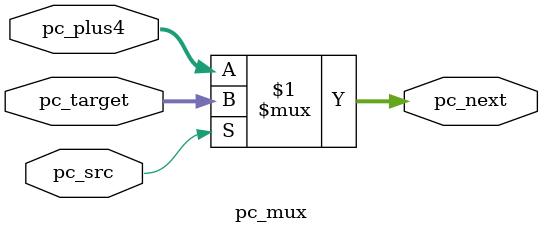
<source format=v>

module pc_mux #(
    // This parameter makes the module's data width configurable.
    parameter WIDTH = 32
) (
    input  wire [WIDTH-1:0] pc_plus4,   // Input 0: The next sequential address (PC + 4).
    input  wire [WIDTH-1:0] pc_target,  // Input 1: The target address for a branch or jump.
    input  wire               pc_src,     // Select signal: 0 chooses pc_plus4, 1 chooses pc_target.
    output wire [WIDTH-1:0] pc_next     // The selected address for the next PC value.
);

  
    // The ternary operator is a concise way to describe this selection logic.
    assign pc_next = pc_src ? pc_target : pc_plus4;

endmodule


</source>
